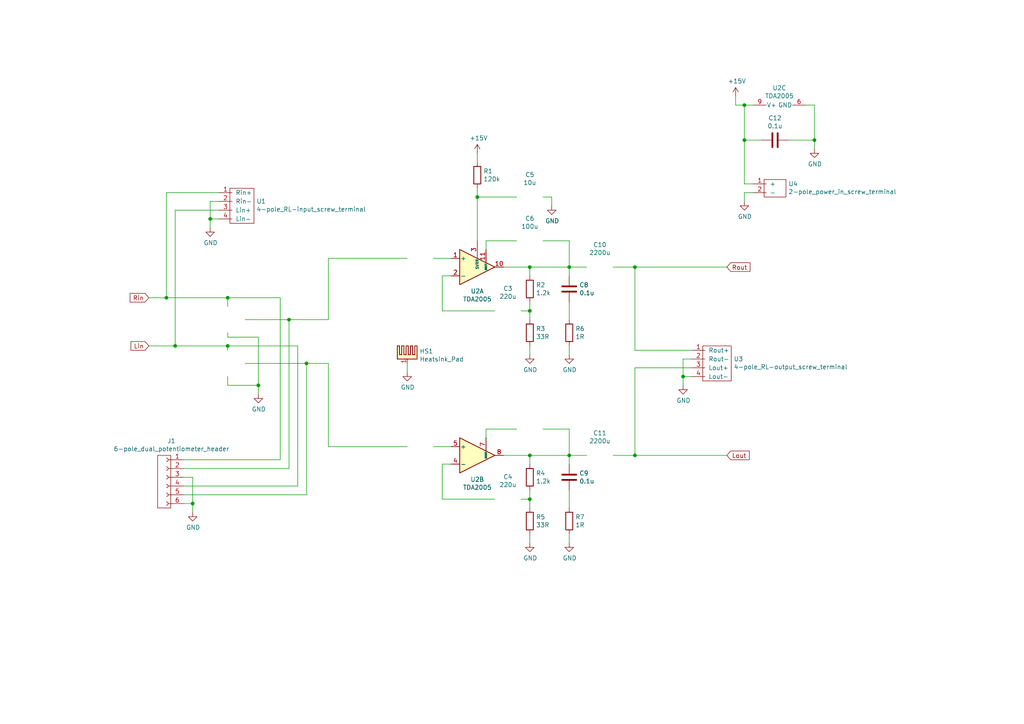
<source format=kicad_sch>
(kicad_sch (version 20211123) (generator eeschema)
  (paper "A4")
  (lib_symbols
    (symbol "Amplifier_Audio:TDA2005" (pin_names (offset 0.127))
      (property "Reference" "U" (at 7.62 6.35 0))
      (property "Value" "TDA2005" (at 7.62 3.81 0))
      (symbol "TDA2005_1_1"
        (polyline (pts (xy -5.08 5.08) (xy 5.08 0) (xy -5.08 -5.08) (xy -5.08 5.08)) (stroke (width 0.254)) (fill (type background)))
        (pin input line (at -7.62 2.54 0) (length 2.54) (name "+") (number "1"))
        (pin output line (at 7.62 0 180) (length 2.54) (name "~") (number "10"))
        (pin passive line (at 2.54 5.08 270) (length 3.81) (name "BOOT") (number "11"))
        (pin input line (at -7.62 -2.54 0) (length 2.54) (name "-") (number "2"))
        (pin passive line (at 0 7.62 270) (length 5.08) (name "SVRR") (number "3"))
      )
      (symbol "TDA2005_2_1"
        (polyline (pts (xy -5.08 5.08) (xy 5.08 0) (xy -5.08 -5.08) (xy -5.08 5.08)) (stroke (width 0.254)) (fill (type background)))
        (pin input line (at -7.62 -2.54 0) (length 2.54) (name "-") (number "4"))
        (pin input line (at -7.62 2.54 0) (length 2.54) (name "+") (number "5"))
        (pin passive line (at 2.54 5.08 270) (length 3.81) (name "BOOT") (number "7"))
        (pin output line (at 7.62 0 180) (length 2.54) (name "~") (number "8"))
      )
      (symbol "TDA2005_3_1"
        (pin power_in line (at -2.54 -7.62 90) (length 3.81) (name "GND") (number "6"))
        (pin power_in line (at -2.54 7.62 270) (length 3.81) (name "V+") (number "9"))
      )
    )
    (symbol "Device:C" (pin_numbers hide) (pin_names (offset 0.254))
      (property "Reference" "C" (at 0.635 2.54 0))
      (property "Value" "C" (at 0.635 -2.54 0))
      (symbol "C_0_1"
        (polyline (pts (xy -2.032 -0.762) (xy 2.032 -0.762)) (stroke (width 0.508)))
        (polyline (pts (xy -2.032 0.762) (xy 2.032 0.762)) (stroke (width 0.508)))
      )
      (symbol "C_1_1"
        (pin passive line (at 0 3.81 270) (length 2.794) (name "~") (number "1"))
        (pin passive line (at 0 -3.81 90) (length 2.794) (name "~") (number "2"))
      )
    )
    (symbol "Device:R" (pin_numbers hide) (pin_names (offset 0))
      (property "Reference" "R" (at 2.032 0 90))
      (property "Value" "R" (at 0 0 90))
      (symbol "R_0_1"
        (rectangle (start -1.016 -2.54) (end 1.016 2.54) (stroke (width 0.254)))
      )
      (symbol "R_1_1"
        (pin passive line (at 0 3.81 270) (length 1.27) (name "~") (number "1"))
        (pin passive line (at 0 -3.81 90) (length 1.27) (name "~") (number "2"))
      )
    )
    (symbol "Mechanical:Heatsink_Pad" (pin_names (offset 0))
      (property "Reference" "HS" (at 0 5.715 0))
      (property "Value" "Heatsink_Pad" (at 0 3.81 0))
      (symbol "Heatsink_Pad_0_1"
        (polyline (pts (xy -0.3302 0) (xy -0.9652 0) (xy -0.9652 2.54) (xy -1.6002 2.54) (xy -1.6002 0) (xy -2.2352 0) (xy -2.2352 2.54) (xy -2.8702 2.54) (xy -2.8702 -1.27) (xy -0.9652 -1.27)) (stroke (width 0.254)) (fill (type background)))
        (polyline (pts (xy -0.3302 0) (xy -0.3302 2.54) (xy 0.3048 2.54) (xy 0.3048 0) (xy 0.9398 0) (xy 0.9398 2.54) (xy 1.5748 2.54) (xy 1.5748 0) (xy 2.2098 0) (xy 2.2098 2.54) (xy 2.8448 2.54) (xy 2.8448 -1.27) (xy -0.9652 -1.27)) (stroke (width 0.254)) (fill (type background)))
      )
      (symbol "Heatsink_Pad_1_1"
        (pin passive line (at 0 -2.54 90) (length 1.27) (name "~") (number "1"))
      )
    )
    (symbol "My_Headers:6-pole_dual_potentiometer_header" (pin_names (offset 1.016) hide)
      (property "Reference" "J" (at 0 7.62 0))
      (property "Value" "6-pole_dual_potentiometer_header" (at 0 -10.16 0))
      (symbol "6-pole_dual_potentiometer_header_0_1"
        (rectangle (start -1.27 6.35) (end 2.54 -8.89))
      )
      (symbol "6-pole_dual_potentiometer_header_1_1"
        (arc (start 0 -7.112) (mid -0.508 -7.62) (end 0 -8.128) (stroke (width 0.1524)))
        (arc (start 0 -4.572) (mid -0.508 -5.08) (end 0 -5.588) (stroke (width 0.1524)))
        (arc (start 0 -2.032) (mid -0.508 -2.54) (end 0 -3.048) (stroke (width 0.1524)))
        (polyline (pts (xy -1.27 -7.62) (xy -0.508 -7.62)) (stroke (width 0.1524)))
        (polyline (pts (xy -1.27 -5.08) (xy -0.508 -5.08)) (stroke (width 0.1524)))
        (polyline (pts (xy -1.27 -2.54) (xy -0.508 -2.54)) (stroke (width 0.1524)))
        (polyline (pts (xy -1.27 0) (xy -0.508 0)) (stroke (width 0.1524)))
        (polyline (pts (xy -1.27 2.54) (xy -0.508 2.54)) (stroke (width 0.1524)))
        (polyline (pts (xy -1.27 5.08) (xy -0.508 5.08)) (stroke (width 0.1524)))
        (arc (start 0 0.508) (mid -0.508 0) (end 0 -0.508) (stroke (width 0.1524)))
        (arc (start 0 3.048) (mid -0.508 2.54) (end 0 2.032) (stroke (width 0.1524)))
        (arc (start 0 5.588) (mid -0.508 5.08) (end 0 4.572) (stroke (width 0.1524)))
        (pin passive line (at -5.08 5.08 0) (length 3.81) (name "Pin_1") (number "1"))
        (pin passive line (at -5.08 2.54 0) (length 3.81) (name "Pin_2") (number "2"))
        (pin passive line (at -5.08 0 0) (length 3.81) (name "Pin_3") (number "3"))
        (pin passive line (at -5.08 -2.54 0) (length 3.81) (name "Pin_4") (number "4"))
        (pin passive line (at -5.08 -5.08 0) (length 3.81) (name "Pin_5") (number "5"))
        (pin passive line (at -5.08 -7.62 0) (length 3.81) (name "Pin_6") (number "6"))
      )
    )
    (symbol "My_Parts:2-pole_power_in_screw_terminal" (pin_names (offset 1.016))
      (property "Reference" "U" (at 4.445 3.175 0))
      (property "Value" "2-pole_power_in_screw_terminal" (at 6.35 -5.715 0))
      (symbol "2-pole_power_in_screw_terminal_0_1"
        (rectangle (start 3.175 1.27) (end 9.525 -3.81))
      )
      (symbol "2-pole_power_in_screw_terminal_1_1"
        (pin power_in line (at 0 0 0) (length 3.81) (name "+") (number "1"))
        (pin power_in line (at 0 -2.54 0) (length 3.81) (name "-") (number "2"))
      )
    )
    (symbol "My_Parts:4-pole_RL-input_screw_terminal" (pin_names (offset 1.016))
      (property "Reference" "U" (at 4.445 3.175 0))
      (property "Value" "4-pole_RL-input_screw_terminal" (at 6.35 -10.795 0))
      (symbol "4-pole_RL-input_screw_terminal_0_1"
        (rectangle (start 3.175 1.27) (end 10.16 -8.89))
      )
      (symbol "4-pole_RL-input_screw_terminal_1_1"
        (pin input line (at 0 0 0) (length 3.81) (name "Rin+") (number "1"))
        (pin input line (at 0 -2.54 0) (length 3.81) (name "Rin-") (number "2"))
        (pin input line (at 0 -5.08 0) (length 3.81) (name "Lin+") (number "3"))
        (pin input line (at 0 -7.62 0) (length 3.81) (name "Lin-") (number "4"))
      )
    )
    (symbol "My_Parts:4-pole_RL-output_screw_terminal" (pin_names (offset 1.016))
      (property "Reference" "U" (at 4.445 3.175 0))
      (property "Value" "4-pole_RL-output_screw_terminal" (at 6.35 -10.795 0))
      (symbol "4-pole_RL-output_screw_terminal_0_1"
        (rectangle (start 3.175 1.27) (end 11.43 -8.89))
      )
      (symbol "4-pole_RL-output_screw_terminal_1_1"
        (pin output line (at 0 0 0) (length 3.81) (name "Rout+") (number "1"))
        (pin output line (at 0 -2.54 0) (length 3.81) (name "Rout-") (number "2"))
        (pin output line (at 0 -5.08 0) (length 3.81) (name "Lout+") (number "3"))
        (pin output line (at 0 -7.62 0) (length 3.81) (name "Lout-") (number "4"))
      )
    )
    (symbol "power:+15V" (power) (pin_names (offset 0))
      (property "Value" "+15V" (at 0 3.556 0))
      (symbol "+15V_0_1"
        (polyline (pts (xy -0.762 1.27) (xy 0 2.54)))
        (polyline (pts (xy 0 0) (xy 0 2.54)))
        (polyline (pts (xy 0 2.54) (xy 0.762 1.27)))
      )
      (symbol "+15V_1_1"
        (pin power_in line (at 0 0 90) (length 0) hide (name "+15V") (number "1"))
      )
    )
    (symbol "power:GND" (power) (pin_names (offset 0))
      (property "Value" "GND" (at 0 -3.81 0))
      (symbol "GND_0_1"
        (polyline (pts (xy 0 0) (xy 0 -1.27) (xy 1.27 -1.27) (xy 0 -2.54) (xy -1.27 -1.27) (xy 0 -1.27)))
      )
      (symbol "GND_1_1"
        (pin power_in line (at 0 0 270) (length 0) hide (name "GND") (number "1"))
      )
    )
  )
  (junction (at 55.88 146.05))
  (junction (at 236.22 40.64))
  (junction (at 83.82 92.71))
  (junction (at 215.9 30.48))
  (junction (at 165.1 132.08))
  (junction (at 66.04 86.36))
  (junction (at 184.15 77.47))
  (junction (at 50.8 100.33))
  (junction (at 153.67 144.78))
  (junction (at 60.96 63.5))
  (junction (at 138.43 57.15))
  (junction (at 153.67 90.17))
  (junction (at 153.67 132.08))
  (junction (at 165.1 77.47))
  (junction (at 198.12 109.22))
  (junction (at 215.9 40.64))
  (junction (at 88.9 105.41))
  (junction (at 184.15 132.08))
  (junction (at 74.93 111.76))
  (junction (at 48.26 86.36))
  (junction (at 153.67 77.47))
  (junction (at 66.04 100.33))
  (wire (pts (xy 81.28 86.36) (xy 81.28 133.35)))
  (wire (pts (xy 151.13 144.78) (xy 153.67 144.78)))
  (wire (pts (xy 81.28 133.35) (xy 53.34 133.35)))
  (wire (pts (xy 130.81 74.93) (xy 125.73 74.93)))
  (wire (pts (xy 138.43 69.85) (xy 138.43 57.15)))
  (wire (pts (xy 165.1 142.24) (xy 165.1 147.32)))
  (wire (pts (xy 138.43 57.15) (xy 149.86 57.15)))
  (wire (pts (xy 60.96 63.5) (xy 60.96 66.04)))
  (wire (pts (xy 153.67 77.47) (xy 165.1 77.47)))
  (wire (pts (xy 83.82 135.89) (xy 53.34 135.89)))
  (wire (pts (xy 86.36 140.97) (xy 53.34 140.97)))
  (wire (pts (xy 48.26 55.88) (xy 48.26 86.36)))
  (wire (pts (xy 215.9 30.48) (xy 215.9 40.64)))
  (wire (pts (xy 165.1 154.94) (xy 165.1 157.48)))
  (wire (pts (xy 143.51 90.17) (xy 128.27 90.17)))
  (wire (pts (xy 153.67 90.17) (xy 153.67 92.71)))
  (wire (pts (xy 88.9 105.41) (xy 95.25 105.41)))
  (wire (pts (xy 153.67 144.78) (xy 153.67 147.32)))
  (wire (pts (xy 200.66 104.14) (xy 198.12 104.14)))
  (wire (pts (xy 236.22 40.64) (xy 228.6 40.64)))
  (wire (pts (xy 138.43 57.15) (xy 138.43 54.61)))
  (wire (pts (xy 74.93 97.79) (xy 74.93 111.76)))
  (wire (pts (xy 218.44 55.88) (xy 215.9 55.88)))
  (wire (pts (xy 128.27 134.62) (xy 130.81 134.62)))
  (wire (pts (xy 88.9 143.51) (xy 53.34 143.51)))
  (wire (pts (xy 236.22 30.48) (xy 236.22 40.64)))
  (wire (pts (xy 53.34 138.43) (xy 55.88 138.43)))
  (wire (pts (xy 198.12 109.22) (xy 198.12 111.76)))
  (wire (pts (xy 146.05 132.08) (xy 153.67 132.08)))
  (wire (pts (xy 74.93 111.76) (xy 66.04 111.76)))
  (wire (pts (xy 83.82 92.71) (xy 83.82 135.89)))
  (wire (pts (xy 153.67 157.48) (xy 153.67 154.94)))
  (wire (pts (xy 165.1 87.63) (xy 165.1 92.71)))
  (wire (pts (xy 128.27 144.78) (xy 128.27 134.62)))
  (wire (pts (xy 153.67 77.47) (xy 153.67 80.01)))
  (wire (pts (xy 128.27 80.01) (xy 130.81 80.01)))
  (wire (pts (xy 165.1 132.08) (xy 170.18 132.08)))
  (wire (pts (xy 55.88 146.05) (xy 55.88 148.59)))
  (wire (pts (xy 200.66 101.6) (xy 184.15 101.6)))
  (wire (pts (xy 95.25 74.93) (xy 118.11 74.93)))
  (wire (pts (xy 138.43 46.99) (xy 138.43 44.45)))
  (wire (pts (xy 165.1 77.47) (xy 165.1 80.01)))
  (wire (pts (xy 88.9 105.41) (xy 88.9 143.51)))
  (wire (pts (xy 140.97 124.46) (xy 140.97 127)))
  (wire (pts (xy 160.02 57.15) (xy 160.02 59.69)))
  (wire (pts (xy 165.1 124.46) (xy 165.1 132.08)))
  (wire (pts (xy 165.1 100.33) (xy 165.1 102.87)))
  (wire (pts (xy 153.67 142.24) (xy 153.67 144.78)))
  (wire (pts (xy 215.9 40.64) (xy 220.98 40.64)))
  (wire (pts (xy 140.97 72.39) (xy 140.97 69.85)))
  (wire (pts (xy 66.04 86.36) (xy 81.28 86.36)))
  (wire (pts (xy 63.5 60.96) (xy 50.8 60.96)))
  (wire (pts (xy 50.8 60.96) (xy 50.8 100.33)))
  (wire (pts (xy 233.68 30.48) (xy 236.22 30.48)))
  (wire (pts (xy 60.96 63.5) (xy 63.5 63.5)))
  (wire (pts (xy 153.67 102.87) (xy 153.67 100.33)))
  (wire (pts (xy 66.04 100.33) (xy 86.36 100.33)))
  (wire (pts (xy 66.04 100.33) (xy 50.8 100.33)))
  (wire (pts (xy 130.81 129.54) (xy 125.73 129.54)))
  (wire (pts (xy 184.15 106.68) (xy 184.15 132.08)))
  (wire (pts (xy 95.25 129.54) (xy 118.11 129.54)))
  (wire (pts (xy 86.36 100.33) (xy 86.36 140.97)))
  (wire (pts (xy 157.48 57.15) (xy 160.02 57.15)))
  (wire (pts (xy 66.04 96.52) (xy 66.04 97.79)))
  (wire (pts (xy 198.12 104.14) (xy 198.12 109.22)))
  (wire (pts (xy 140.97 69.85) (xy 149.86 69.85)))
  (wire (pts (xy 184.15 101.6) (xy 184.15 77.47)))
  (wire (pts (xy 184.15 132.08) (xy 210.82 132.08)))
  (wire (pts (xy 74.93 111.76) (xy 74.93 114.3)))
  (wire (pts (xy 55.88 138.43) (xy 55.88 146.05)))
  (wire (pts (xy 198.12 109.22) (xy 200.66 109.22)))
  (wire (pts (xy 215.9 30.48) (xy 213.36 30.48)))
  (wire (pts (xy 215.9 55.88) (xy 215.9 58.42)))
  (wire (pts (xy 165.1 132.08) (xy 165.1 134.62)))
  (wire (pts (xy 157.48 69.85) (xy 165.1 69.85)))
  (wire (pts (xy 153.67 132.08) (xy 153.67 134.62)))
  (wire (pts (xy 71.12 92.71) (xy 83.82 92.71)))
  (wire (pts (xy 236.22 40.64) (xy 236.22 43.18)))
  (wire (pts (xy 157.48 124.46) (xy 165.1 124.46)))
  (wire (pts (xy 83.82 92.71) (xy 95.25 92.71)))
  (wire (pts (xy 66.04 88.9) (xy 66.04 86.36)))
  (wire (pts (xy 66.04 111.76) (xy 66.04 109.22)))
  (wire (pts (xy 143.51 144.78) (xy 128.27 144.78)))
  (wire (pts (xy 71.12 105.41) (xy 88.9 105.41)))
  (wire (pts (xy 184.15 77.47) (xy 210.82 77.47)))
  (wire (pts (xy 50.8 100.33) (xy 43.18 100.33)))
  (wire (pts (xy 66.04 86.36) (xy 48.26 86.36)))
  (wire (pts (xy 151.13 90.17) (xy 153.67 90.17)))
  (wire (pts (xy 118.11 105.41) (xy 118.11 107.95)))
  (wire (pts (xy 215.9 53.34) (xy 218.44 53.34)))
  (wire (pts (xy 63.5 58.42) (xy 60.96 58.42)))
  (wire (pts (xy 66.04 97.79) (xy 74.93 97.79)))
  (wire (pts (xy 177.8 77.47) (xy 184.15 77.47)))
  (wire (pts (xy 60.96 58.42) (xy 60.96 63.5)))
  (wire (pts (xy 63.5 55.88) (xy 48.26 55.88)))
  (wire (pts (xy 165.1 77.47) (xy 170.18 77.47)))
  (wire (pts (xy 146.05 77.47) (xy 153.67 77.47)))
  (wire (pts (xy 153.67 87.63) (xy 153.67 90.17)))
  (wire (pts (xy 55.88 146.05) (xy 53.34 146.05)))
  (wire (pts (xy 213.36 30.48) (xy 213.36 27.94)))
  (wire (pts (xy 184.15 106.68) (xy 200.66 106.68)))
  (wire (pts (xy 165.1 69.85) (xy 165.1 77.47)))
  (wire (pts (xy 215.9 40.64) (xy 215.9 53.34)))
  (wire (pts (xy 140.97 124.46) (xy 149.86 124.46)))
  (wire (pts (xy 218.44 30.48) (xy 215.9 30.48)))
  (wire (pts (xy 128.27 90.17) (xy 128.27 80.01)))
  (wire (pts (xy 48.26 86.36) (xy 43.18 86.36)))
  (wire (pts (xy 177.8 132.08) (xy 184.15 132.08)))
  (wire (pts (xy 153.67 132.08) (xy 165.1 132.08)))
  (wire (pts (xy 95.25 92.71) (xy 95.25 74.93)))
  (wire (pts (xy 95.25 105.41) (xy 95.25 129.54)))
  (wire (pts (xy 66.04 101.6) (xy 66.04 100.33)))
  (global_label "Lin" (shape input) (at 43.18 100.33 180) (property "Intersheet References" "${INTERSHEET_REFS}" (effects hide)))
  (global_label "Rin" (shape input) (at 43.18 86.36 180) (property "Intersheet References" "${INTERSHEET_REFS}" (effects hide)))
  (global_label "Lout" (shape input) (at 210.82 132.08 0) (property "Intersheet References" "${INTERSHEET_REFS}" (effects hide)))
  (global_label "Rout" (shape input) (at 210.82 77.47 0) (property "Intersheet References" "${INTERSHEET_REFS}" (effects hide)))
  (symbol (lib_id "Amplifier_Audio:TDA2005") (at 138.43 77.47 0) (unit 1)
    (property "Reference" "U2" (at 138.43 84.455 0))
    (property "Value" "TDA2005" (at 138.43 86.7664 0))
    (property "Footprint" "My_Misc:TO-220-11_P3.4x5.08mm_StaggerOdd_Lead4.85mm_Vertical_large" (effects hide))
    (property "Datasheet" "http://www.st.com/resource/en/datasheet/cd00000124.pdf" (effects hide))
  )
  (symbol (lib_id "Amplifier_Audio:TDA2005") (at 138.43 132.08 0) (unit 2)
    (property "Reference" "U2" (at 138.43 139.065 0))
    (property "Value" "TDA2005" (at 138.43 141.3764 0))
    (property "Footprint" "My_Misc:TO-220-11_P3.4x5.08mm_StaggerOdd_Lead4.85mm_Vertical_large" (effects hide))
    (property "Datasheet" "http://www.st.com/resource/en/datasheet/cd00000124.pdf" (effects hide))
  )
  (symbol (lib_id "Amplifier_Audio:TDA2005") (at 226.06 27.94 90) (unit 3)
    (property "Reference" "U2" (at 226.06 25.527 90))
    (property "Value" "TDA2005" (at 226.06 27.8384 90))
    (property "Footprint" "My_Misc:TO-220-11_P3.4x5.08mm_StaggerOdd_Lead4.85mm_Vertical_large" (effects hide))
    (property "Datasheet" "http://www.st.com/resource/en/datasheet/cd00000124.pdf" (effects hide))
  )
  (symbol (lib_id "Device:CP") (at 121.92 74.93 270) (unit 1)
    (property "Reference" "C1" (at 121.92 68.453 90))
    (property "Value" "2.2u" (at 121.92 70.7644 90))
    (property "Footprint" "My_Misc:CP_Radial_D5.0mm_P2.00mm_larger" (effects hide))
  )
  (symbol (lib_id "Device:R") (at 153.67 83.82 0) (unit 1)
    (property "Reference" "R2" (at 155.448 82.6516 0) (effects (justify left)))
    (property "Value" "1.2k" (at 155.448 84.963 0) (effects (justify left)))
    (property "Footprint" "My_Misc:R_Axial_DIN0414_L11.9mm_D4.5mm_P15.24mm_Horizontal_larger" (effects hide))
  )
  (symbol (lib_id "Device:R") (at 153.67 96.52 0) (unit 1)
    (property "Reference" "R3" (at 155.448 95.3516 0) (effects (justify left)))
    (property "Value" "33R" (at 155.448 97.663 0) (effects (justify left)))
    (property "Footprint" "My_Misc:R_Axial_DIN0414_L11.9mm_D4.5mm_P15.24mm_Horizontal_larger" (effects hide))
  )
  (symbol (lib_id "Device:CP") (at 147.32 90.17 90) (unit 1)
    (property "Reference" "C3" (at 147.32 83.693 90))
    (property "Value" "220u" (at 147.32 86.0044 90))
    (property "Footprint" "My_Misc:CP_Radial_D8.0mm_P3.50mm_large" (effects hide))
  )
  (symbol (lib_id "power:GND") (at 153.67 102.87 0) (unit 1)
    (property "Reference" "#PWR05" (effects hide))
    (property "Value" "GND" (at 153.797 107.2642 0))
  )
  (symbol (lib_id "Device:C") (at 165.1 83.82 0) (unit 1)
    (property "Reference" "C8" (at 168.021 82.6516 0) (effects (justify left)))
    (property "Value" "0.1u" (at 168.021 84.963 0) (effects (justify left)))
    (property "Footprint" "My_Misc:C_Disc_D7.5mm_W2.5mm_P5.00mm_larger" (effects hide))
  )
  (symbol (lib_id "Device:R") (at 165.1 96.52 0) (unit 1)
    (property "Reference" "R6" (at 166.878 95.3516 0) (effects (justify left)))
    (property "Value" "1R" (at 166.878 97.663 0) (effects (justify left)))
    (property "Footprint" "My_Misc:R_Axial_DIN0414_L11.9mm_D4.5mm_P15.24mm_Horizontal_larger" (effects hide))
  )
  (symbol (lib_id "power:GND") (at 165.1 102.87 0) (unit 1)
    (property "Reference" "#PWR08" (effects hide))
    (property "Value" "GND" (at 165.227 107.2642 0))
  )
  (symbol (lib_id "Device:CP") (at 173.99 77.47 90) (unit 1)
    (property "Reference" "C10" (at 173.99 70.993 90))
    (property "Value" "2200u" (at 173.99 73.3044 90))
    (property "Footprint" "My_Misc:CP_Radial_D13.0mm_P5.00mm_larger" (effects hide))
  )
  (symbol (lib_id "Device:CP") (at 153.67 69.85 90) (unit 1)
    (property "Reference" "C6" (at 153.67 63.373 90))
    (property "Value" "100u" (at 153.67 65.6844 90))
    (property "Footprint" "My_Misc:CP_Radial_D6.3mm_P2.50mm_large" (effects hide))
  )
  (symbol (lib_id "Device:CP") (at 153.67 57.15 90) (unit 1)
    (property "Reference" "C5" (at 153.67 50.673 90))
    (property "Value" "10u" (at 153.67 52.9844 90))
    (property "Footprint" "My_Misc:CP_Radial_D5.0mm_P2.00mm_larger" (effects hide))
  )
  (symbol (lib_id "power:GND") (at 160.02 59.69 0) (unit 1)
    (property "Reference" "#PWR07" (effects hide))
    (property "Value" "GND" (at 160.147 64.0842 0))
  )
  (symbol (lib_id "Device:R") (at 138.43 50.8 0) (unit 1)
    (property "Reference" "R1" (at 140.208 49.6316 0) (effects (justify left)))
    (property "Value" "120k" (at 140.208 51.943 0) (effects (justify left)))
    (property "Footprint" "My_Misc:R_Axial_DIN0414_L11.9mm_D4.5mm_P15.24mm_Horizontal_larger" (effects hide))
  )
  (symbol (lib_id "power:+15V") (at 138.43 44.45 0) (unit 1)
    (property "Reference" "#PWR04" (effects hide))
    (property "Value" "+15V" (at 138.811 40.0558 0))
  )
  (symbol (lib_id "Device:C") (at 224.79 40.64 270) (unit 1)
    (property "Reference" "C12" (at 224.79 34.2392 90))
    (property "Value" "0.1u" (at 224.79 36.5506 90))
    (property "Footprint" "My_Misc:C_Disc_D7.5mm_W2.5mm_P5.00mm_larger" (effects hide))
  )
  (symbol (lib_id "power:GND") (at 236.22 43.18 0) (unit 1)
    (property "Reference" "#PWR013" (effects hide))
    (property "Value" "GND" (at 236.347 47.5742 0))
  )
  (symbol (lib_id "power:+15V") (at 213.36 27.94 0) (unit 1)
    (property "Reference" "#PWR011" (effects hide))
    (property "Value" "+15V" (at 213.741 23.5458 0))
  )
  (symbol (lib_id "Device:R") (at 153.67 138.43 0) (unit 1)
    (property "Reference" "R4" (at 155.448 137.2616 0) (effects (justify left)))
    (property "Value" "1.2k" (at 155.448 139.573 0) (effects (justify left)))
    (property "Footprint" "My_Misc:R_Axial_DIN0414_L11.9mm_D4.5mm_P15.24mm_Horizontal_larger" (effects hide))
  )
  (symbol (lib_id "Device:R") (at 153.67 151.13 0) (unit 1)
    (property "Reference" "R5" (at 155.448 149.9616 0) (effects (justify left)))
    (property "Value" "33R" (at 155.448 152.273 0) (effects (justify left)))
    (property "Footprint" "My_Misc:R_Axial_DIN0414_L11.9mm_D4.5mm_P15.24mm_Horizontal_larger" (effects hide))
  )
  (symbol (lib_id "Device:CP") (at 147.32 144.78 90) (unit 1)
    (property "Reference" "C4" (at 147.32 138.303 90))
    (property "Value" "220u" (at 147.32 140.6144 90))
    (property "Footprint" "My_Misc:CP_Radial_D8.0mm_P3.50mm_large" (effects hide))
  )
  (symbol (lib_id "power:GND") (at 153.67 157.48 0) (unit 1)
    (property "Reference" "#PWR06" (effects hide))
    (property "Value" "GND" (at 153.797 161.8742 0))
  )
  (symbol (lib_id "Device:C") (at 165.1 138.43 0) (unit 1)
    (property "Reference" "C9" (at 168.021 137.2616 0) (effects (justify left)))
    (property "Value" "0.1u" (at 168.021 139.573 0) (effects (justify left)))
    (property "Footprint" "My_Misc:C_Disc_D7.5mm_W2.5mm_P5.00mm_larger" (effects hide))
  )
  (symbol (lib_id "Device:R") (at 165.1 151.13 0) (unit 1)
    (property "Reference" "R7" (at 166.878 149.9616 0) (effects (justify left)))
    (property "Value" "1R" (at 166.878 152.273 0) (effects (justify left)))
    (property "Footprint" "My_Misc:R_Axial_DIN0414_L11.9mm_D4.5mm_P15.24mm_Horizontal_larger" (effects hide))
  )
  (symbol (lib_id "power:GND") (at 165.1 157.48 0) (unit 1)
    (property "Reference" "#PWR09" (effects hide))
    (property "Value" "GND" (at 165.227 161.8742 0))
  )
  (symbol (lib_id "Device:CP") (at 173.99 132.08 90) (unit 1)
    (property "Reference" "C11" (at 173.99 125.603 90))
    (property "Value" "2200u" (at 173.99 127.9144 90))
    (property "Footprint" "My_Misc:CP_Radial_D13.0mm_P5.00mm_larger" (effects hide))
  )
  (symbol (lib_id "Device:CP") (at 153.67 124.46 90) (unit 1)
    (property "Reference" "C7" (at 153.67 117.983 90))
    (property "Value" "100u" (at 153.67 120.2944 90))
    (property "Footprint" "My_Misc:CP_Radial_D6.3mm_P2.50mm_large" (effects hide))
  )
  (symbol (lib_id "Device:CP") (at 121.92 129.54 270) (unit 1)
    (property "Reference" "C2" (at 121.92 123.063 90))
    (property "Value" "2.2u" (at 121.92 125.3744 90))
    (property "Footprint" "My_Misc:CP_Radial_D5.0mm_P2.00mm_larger" (effects hide))
  )
  (symbol (lib_id "Device:R_POT_Dual") (at 68.58 99.06 270) (unit 1)
    (property "Reference" "RV1" (at 63.8302 97.8916 90) (effects (justify right)))
    (property "Value" "R_POT_Dual" (at 63.8302 100.203 90) (effects (justify right)))
    (property "Footprint" "My_Misc:Potentiometer_Piher_PC-16_Dual_Horizontal_larger" (effects hide))
  )
  (symbol (lib_id "power:GND") (at 74.93 114.3 0) (unit 1)
    (property "Reference" "#PWR03" (effects hide))
    (property "Value" "GND" (at 75.057 118.6942 0))
  )
  (symbol (lib_id "My_Parts:2-pole_power_in_screw_terminal") (at 218.44 53.34 0) (unit 1)
    (property "Reference" "U4" (at 228.6508 53.3146 0) (effects (justify left)))
    (property "Value" "2-pole_power_in_screw_terminal" (at 228.6508 55.626 0) (effects (justify left)))
    (property "Footprint" "My_Parts:2-pole_power_in_screw_terminal" (effects hide))
  )
  (symbol (lib_id "power:GND") (at 215.9 58.42 0) (unit 1)
    (property "Reference" "#PWR012" (effects hide))
    (property "Value" "GND" (at 216.027 62.8142 0))
  )
  (symbol (lib_id "My_Parts:4-pole_RL-output_screw_terminal") (at 200.66 101.6 0) (unit 1)
    (property "Reference" "U3" (at 212.8012 104.1146 0) (effects (justify left)))
    (property "Value" "4-pole_RL-output_screw_terminal" (at 212.8012 106.426 0) (effects (justify left)))
    (property "Footprint" "My_Parts:4-pole_screw_terminal_RL_output" (effects hide))
  )
  (symbol (lib_id "power:GND") (at 198.12 111.76 0) (unit 1)
    (property "Reference" "#PWR010" (effects hide))
    (property "Value" "GND" (at 198.247 116.1542 0))
  )
  (symbol (lib_id "My_Parts:4-pole_RL-input_screw_terminal") (at 63.5 55.88 0) (unit 1)
    (property "Reference" "U1" (at 74.3712 58.3946 0) (effects (justify left)))
    (property "Value" "4-pole_RL-input_screw_terminal" (at 74.3712 60.706 0) (effects (justify left)))
    (property "Footprint" "My_Parts:4-pole_screw_terminal_RL_input" (effects hide))
  )
  (symbol (lib_id "power:GND") (at 60.96 66.04 0) (unit 1)
    (property "Reference" "#PWR02" (effects hide))
    (property "Value" "GND" (at 61.087 70.4342 0))
  )
  (symbol (lib_id "My_Headers:6-pole_dual_potentiometer_header") (at 48.26 138.43 0) (mirror y) (unit 1)
    (property "Reference" "J1" (at 49.7332 127.889 0))
    (property "Value" "6-pole_dual_potentiometer_header" (at 49.7332 130.2004 0))
    (property "Footprint" "My_Headers:6-pin_dual_potentiometer_header_large" (effects hide))
  )
  (symbol (lib_id "power:GND") (at 55.88 148.59 0) (unit 1)
    (property "Reference" "#PWR01" (effects hide))
    (property "Value" "GND" (at 56.007 152.9842 0))
  )
  (symbol (lib_id "Mechanical:Heatsink_Pad") (at 118.11 102.87 0) (unit 1)
    (property "Reference" "HS1" (at 121.6914 101.8794 0) (effects (justify left)))
    (property "Value" "Heatsink_Pad" (at 121.6914 104.1908 0) (effects (justify left)))
    (property "Footprint" "My_Heatsinks:EK-41002859" (effects hide))
  )
  (symbol (lib_id "power:GND") (at 118.11 107.95 0) (unit 1)
    (property "Reference" "#PWR0101" (effects hide))
    (property "Value" "GND" (at 118.237 112.3442 0))
  )
)
</source>
